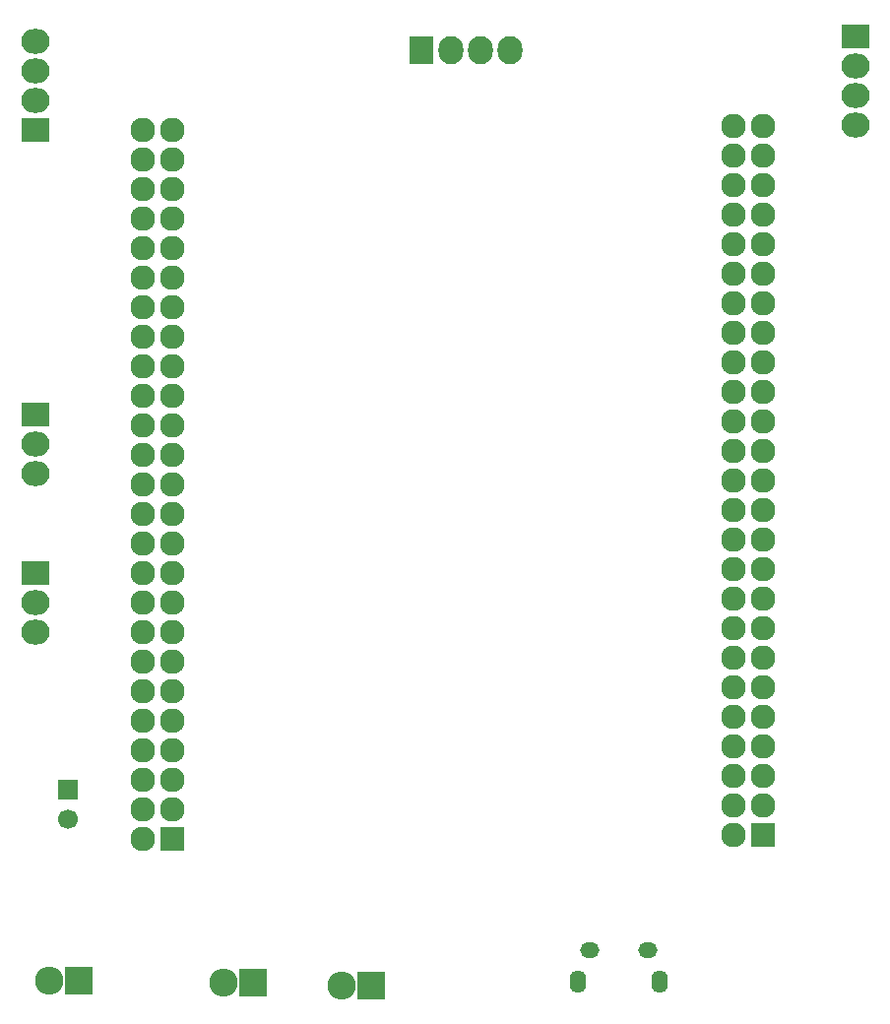
<source format=gbs>
G04 #@! TF.FileFunction,Soldermask,Bot*
%FSLAX46Y46*%
G04 Gerber Fmt 4.6, Leading zero omitted, Abs format (unit mm)*
G04 Created by KiCad (PCBNEW 4.0.5) date Tue Mar 21 18:47:35 2017*
%MOMM*%
%LPD*%
G01*
G04 APERTURE LIST*
%ADD10C,0.100000*%
%ADD11C,1.700000*%
%ADD12R,1.700000X1.700000*%
%ADD13O,1.650000X1.350000*%
%ADD14O,1.400000X1.950000*%
%ADD15R,2.127200X2.127200*%
%ADD16O,2.127200X2.127200*%
%ADD17R,2.432000X2.127200*%
%ADD18O,2.432000X2.127200*%
%ADD19R,2.127200X2.432000*%
%ADD20O,2.127200X2.432000*%
%ADD21R,2.432000X2.432000*%
%ADD22O,2.432000X2.432000*%
G04 APERTURE END LIST*
D10*
D11*
X92600000Y-108650000D03*
D12*
X92600000Y-106150000D03*
D13*
X137499100Y-119937460D03*
X142499100Y-119937460D03*
D14*
X136499100Y-122637460D03*
X143499100Y-122637460D03*
D15*
X152400000Y-110000000D03*
D16*
X149860000Y-110000000D03*
X152400000Y-107460000D03*
X149860000Y-107460000D03*
X152400000Y-104920000D03*
X149860000Y-104920000D03*
X152400000Y-102380000D03*
X149860000Y-102380000D03*
X152400000Y-99840000D03*
X149860000Y-99840000D03*
X152400000Y-97300000D03*
X149860000Y-97300000D03*
X152400000Y-94760000D03*
X149860000Y-94760000D03*
X152400000Y-92220000D03*
X149860000Y-92220000D03*
X152400000Y-89680000D03*
X149860000Y-89680000D03*
X152400000Y-87140000D03*
X149860000Y-87140000D03*
X152400000Y-84600000D03*
X149860000Y-84600000D03*
X152400000Y-82060000D03*
X149860000Y-82060000D03*
X152400000Y-79520000D03*
X149860000Y-79520000D03*
X152400000Y-76980000D03*
X149860000Y-76980000D03*
X152400000Y-74440000D03*
X149860000Y-74440000D03*
X152400000Y-71900000D03*
X149860000Y-71900000D03*
X152400000Y-69360000D03*
X149860000Y-69360000D03*
X152400000Y-66820000D03*
X149860000Y-66820000D03*
X152400000Y-64280000D03*
X149860000Y-64280000D03*
X152400000Y-61740000D03*
X149860000Y-61740000D03*
X152400000Y-59200000D03*
X149860000Y-59200000D03*
X152400000Y-56660000D03*
X149860000Y-56660000D03*
X152400000Y-54120000D03*
X149860000Y-54120000D03*
X152400000Y-51580000D03*
X149860000Y-51580000D03*
X152400000Y-49040000D03*
X149860000Y-49040000D03*
D15*
X101600000Y-110320000D03*
D16*
X99060000Y-110320000D03*
X101600000Y-107780000D03*
X99060000Y-107780000D03*
X101600000Y-105240000D03*
X99060000Y-105240000D03*
X101600000Y-102700000D03*
X99060000Y-102700000D03*
X101600000Y-100160000D03*
X99060000Y-100160000D03*
X101600000Y-97620000D03*
X99060000Y-97620000D03*
X101600000Y-95080000D03*
X99060000Y-95080000D03*
X101600000Y-92540000D03*
X99060000Y-92540000D03*
X101600000Y-90000000D03*
X99060000Y-90000000D03*
X101600000Y-87460000D03*
X99060000Y-87460000D03*
X101600000Y-84920000D03*
X99060000Y-84920000D03*
X101600000Y-82380000D03*
X99060000Y-82380000D03*
X101600000Y-79840000D03*
X99060000Y-79840000D03*
X101600000Y-77300000D03*
X99060000Y-77300000D03*
X101600000Y-74760000D03*
X99060000Y-74760000D03*
X101600000Y-72220000D03*
X99060000Y-72220000D03*
X101600000Y-69680000D03*
X99060000Y-69680000D03*
X101600000Y-67140000D03*
X99060000Y-67140000D03*
X101600000Y-64600000D03*
X99060000Y-64600000D03*
X101600000Y-62060000D03*
X99060000Y-62060000D03*
X101600000Y-59520000D03*
X99060000Y-59520000D03*
X101600000Y-56980000D03*
X99060000Y-56980000D03*
X101600000Y-54440000D03*
X99060000Y-54440000D03*
X101600000Y-51900000D03*
X99060000Y-51900000D03*
X101600000Y-49360000D03*
X99060000Y-49360000D03*
D17*
X160300000Y-41320000D03*
D18*
X160300000Y-43860000D03*
X160300000Y-46400000D03*
X160300000Y-48940000D03*
D19*
X122960000Y-42500000D03*
D20*
X125500000Y-42500000D03*
X128040000Y-42500000D03*
X130580000Y-42500000D03*
D17*
X89850000Y-49380000D03*
D18*
X89850000Y-46840000D03*
X89850000Y-44300000D03*
X89850000Y-41760000D03*
D21*
X118650000Y-122950000D03*
D22*
X116110000Y-122950000D03*
D21*
X108540000Y-122700000D03*
D22*
X106000000Y-122700000D03*
D17*
X89800000Y-73870000D03*
D18*
X89800000Y-76410000D03*
X89800000Y-78950000D03*
D17*
X89800000Y-87460000D03*
D18*
X89800000Y-90000000D03*
X89800000Y-92540000D03*
D21*
X93500000Y-122500000D03*
D22*
X90960000Y-122500000D03*
M02*

</source>
